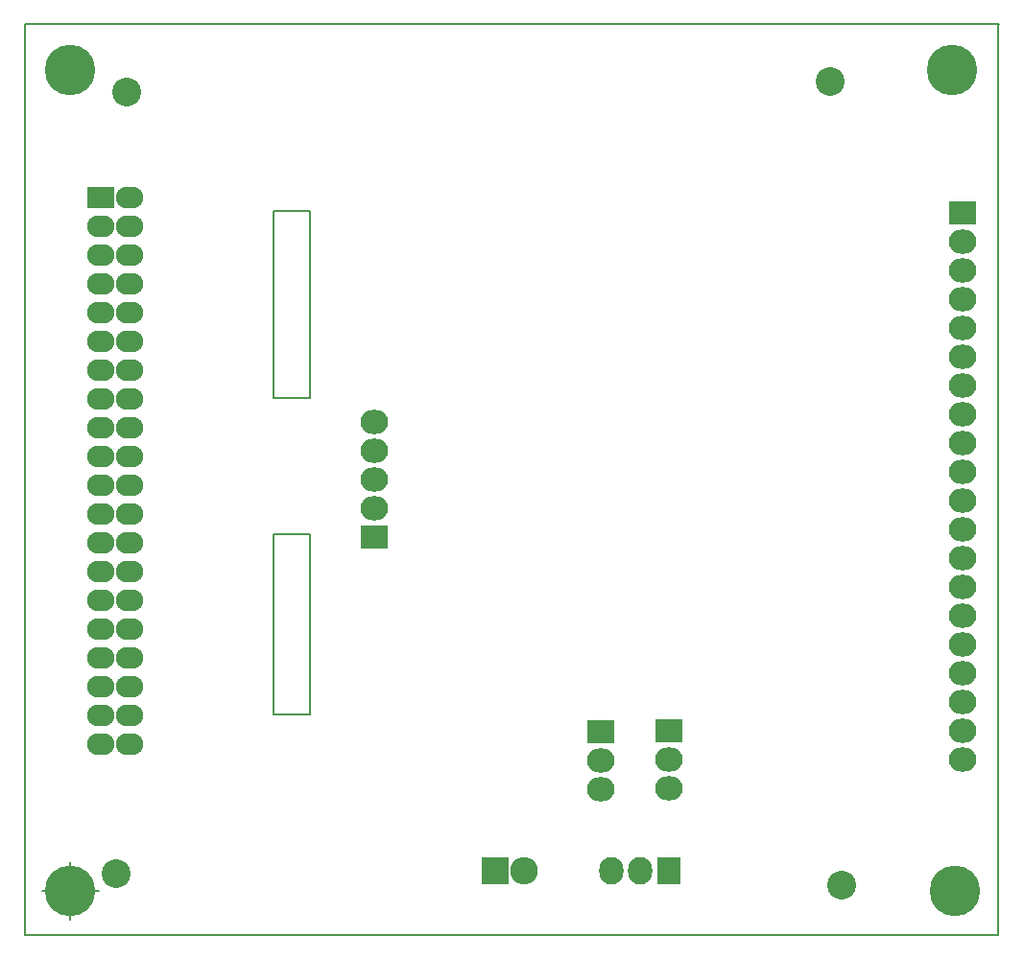
<source format=gbr>
G04 #@! TF.GenerationSoftware,KiCad,Pcbnew,(5.1.5)-3*
G04 #@! TF.CreationDate,2021-04-17T16:45:16-03:00*
G04 #@! TF.ProjectId,PonchoBiopotenciales,506f6e63-686f-4426-996f-706f74656e63,1.0*
G04 #@! TF.SameCoordinates,Original*
G04 #@! TF.FileFunction,Soldermask,Bot*
G04 #@! TF.FilePolarity,Negative*
%FSLAX46Y46*%
G04 Gerber Fmt 4.6, Leading zero omitted, Abs format (unit mm)*
G04 Created by KiCad (PCBNEW (5.1.5)-3) date 2021-04-17 16:45:16*
%MOMM*%
%LPD*%
G04 APERTURE LIST*
%ADD10C,0.150000*%
%ADD11R,2.400000X1.924000*%
%ADD12O,2.400000X1.924000*%
%ADD13R,2.432000X2.127200*%
%ADD14O,2.432000X2.127200*%
%ADD15R,2.127200X2.432000*%
%ADD16O,2.127200X2.432000*%
%ADD17C,2.540000*%
%ADD18C,4.464000*%
%ADD19R,2.432000X2.432000*%
%ADD20O,2.432000X2.432000*%
G04 APERTURE END LIST*
D10*
X125095000Y-84455000D02*
X121920000Y-84455000D01*
X125095000Y-100965000D02*
X125095000Y-84455000D01*
X121920000Y-100965000D02*
X125095000Y-100965000D01*
X121920000Y-98425000D02*
X121920000Y-100965000D01*
X121920000Y-84455000D02*
X121920000Y-98425000D01*
X125095000Y-113030000D02*
X121920000Y-113030000D01*
X125095000Y-128905000D02*
X125095000Y-113030000D01*
X124460000Y-128905000D02*
X125095000Y-128905000D01*
X121920000Y-128905000D02*
X124460000Y-128905000D01*
X121920000Y-113030000D02*
X121920000Y-128905000D01*
X105666666Y-144500000D02*
G75*
G03X105666666Y-144500000I-1666666J0D01*
G01*
X101500000Y-144500000D02*
X106500000Y-144500000D01*
X104000000Y-142000000D02*
X104000000Y-147000000D01*
X100015000Y-67920000D02*
X185880000Y-67920000D01*
X100015000Y-67920000D02*
X100015000Y-148420000D01*
X185875000Y-148420000D02*
X185875000Y-67920000D01*
X100010000Y-148420000D02*
X185875000Y-148420000D01*
D11*
X106680000Y-83320000D03*
D12*
X109220000Y-83320000D03*
X106680000Y-85860000D03*
X109220000Y-85860000D03*
X106680000Y-88400000D03*
X109220000Y-88400000D03*
X106680000Y-90940000D03*
X109220000Y-90940000D03*
X106680000Y-93480000D03*
X109220000Y-93480000D03*
X106680000Y-96020000D03*
X109220000Y-96020000D03*
X106680000Y-98560000D03*
X109220000Y-98560000D03*
X106680000Y-101100000D03*
X109220000Y-101100000D03*
X106680000Y-103640000D03*
X109220000Y-103640000D03*
X106680000Y-106180000D03*
X109220000Y-106180000D03*
X106680000Y-108720000D03*
X109220000Y-108720000D03*
X106680000Y-111260000D03*
X109220000Y-111260000D03*
X106680000Y-113800000D03*
X109220000Y-113800000D03*
X106680000Y-116340000D03*
X109220000Y-116340000D03*
X106680000Y-118880000D03*
X109220000Y-118880000D03*
X106680000Y-121420000D03*
X109220000Y-121420000D03*
X106680000Y-123960000D03*
X109220000Y-123960000D03*
X106680000Y-126500000D03*
X109220000Y-126500000D03*
X106680000Y-129040000D03*
X109220000Y-129040000D03*
X106680000Y-131580000D03*
X109220000Y-131580000D03*
D13*
X156770000Y-130400000D03*
D14*
X156770000Y-132940000D03*
X156770000Y-135480000D03*
D15*
X156780000Y-142720000D03*
D16*
X154240000Y-142720000D03*
X151700000Y-142720000D03*
D13*
X150780000Y-130420000D03*
D14*
X150780000Y-132960000D03*
X150780000Y-135500000D03*
D13*
X182680000Y-84620000D03*
D14*
X182680000Y-87160000D03*
X182680000Y-89700000D03*
X182680000Y-92240000D03*
X182680000Y-94780000D03*
X182680000Y-97320000D03*
X182680000Y-99860000D03*
X182680000Y-102400000D03*
X182680000Y-104940000D03*
X182680000Y-107480000D03*
X182680000Y-110020000D03*
X182680000Y-112560000D03*
X182680000Y-115100000D03*
X182680000Y-117640000D03*
X182680000Y-120180000D03*
X182680000Y-122720000D03*
X182680000Y-125260000D03*
X182680000Y-127800000D03*
X182680000Y-130340000D03*
X182680000Y-132880000D03*
D17*
X109000000Y-74000000D03*
D18*
X181800000Y-72000000D03*
X182000000Y-144500000D03*
X104000000Y-72000000D03*
X104000000Y-144500000D03*
D17*
X171000000Y-73000000D03*
X108000000Y-143000000D03*
X172000000Y-144000000D03*
D13*
X130820000Y-113270000D03*
D14*
X130820000Y-110730000D03*
X130820000Y-108190000D03*
X130820000Y-105650000D03*
X130820000Y-103110000D03*
D19*
X141510000Y-142750000D03*
D20*
X144050000Y-142750000D03*
M02*

</source>
